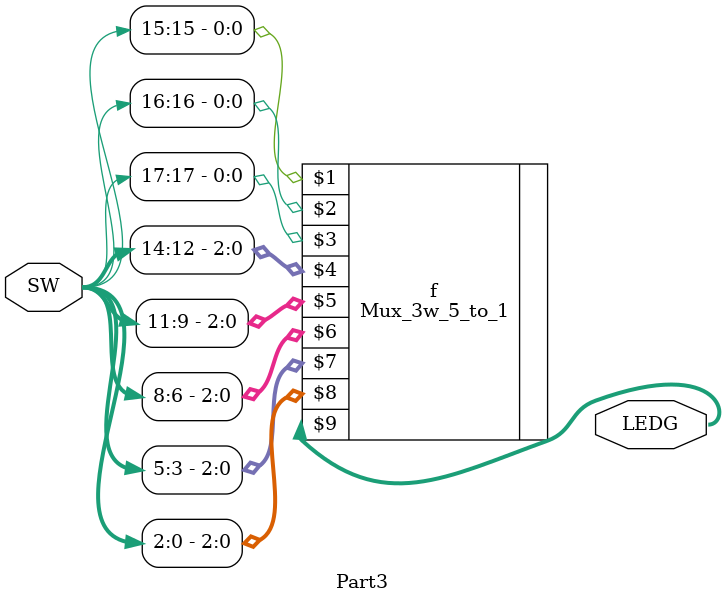
<source format=sv>
module Part3(input [17:0]SW,output [2:0]LEDG);
   Mux_3w_5_to_1 f(SW[15],SW[16],SW[17],SW[14:12],SW[11:9],SW[8:6],SW[5:3],SW[2:0],LEDG[2:0]);
endmodule

</source>
